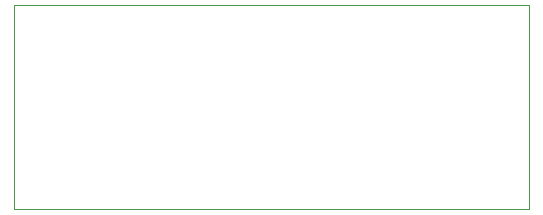
<source format=gbr>
%TF.GenerationSoftware,KiCad,Pcbnew,6.0.11+dfsg-1~bpo11+1*%
%TF.CreationDate,2024-04-09T07:09:36+02:00*%
%TF.ProjectId,water detector2,77617465-7220-4646-9574-6563746f7232,0*%
%TF.SameCoordinates,Original*%
%TF.FileFunction,Profile,NP*%
%FSLAX46Y46*%
G04 Gerber Fmt 4.6, Leading zero omitted, Abs format (unit mm)*
G04 Created by KiCad (PCBNEW 6.0.11+dfsg-1~bpo11+1) date 2024-04-09 07:09:36*
%MOMM*%
%LPD*%
G01*
G04 APERTURE LIST*
%TA.AperFunction,Profile*%
%ADD10C,0.100000*%
%TD*%
G04 APERTURE END LIST*
D10*
X86080000Y-52000000D02*
X129760000Y-52000000D01*
X129760000Y-52000000D02*
X129760000Y-69270000D01*
X129760000Y-69270000D02*
X86080000Y-69270000D01*
X86080000Y-69270000D02*
X86080000Y-52000000D01*
M02*

</source>
